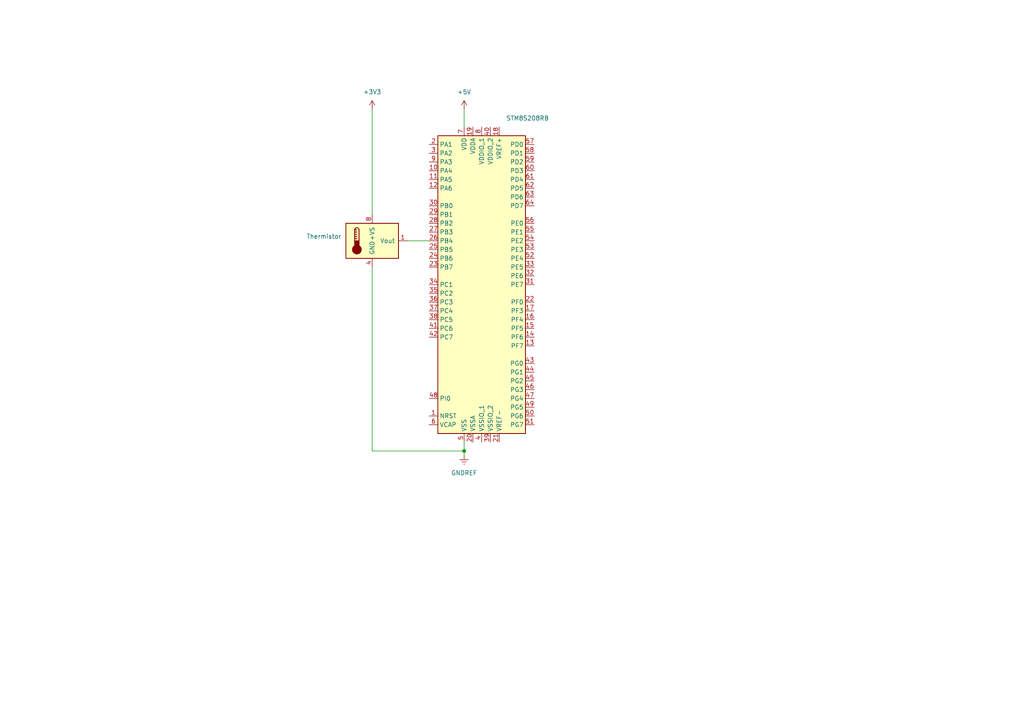
<source format=kicad_sch>
(kicad_sch (version 20211123) (generator eeschema)

  (uuid e63e39d7-6ac0-4ffd-8aa3-1841a4541b55)

  (paper "A4")

  (lib_symbols
    (symbol "MCU_ST_STM8:STM8S208RB" (in_bom yes) (on_board yes)
      (property "Reference" "U" (id 0) (at 13.97 48.26 0)
        (effects (font (size 1.27 1.27)))
      )
      (property "Value" "STM8S208RB" (id 1) (at 13.97 45.72 0)
        (effects (font (size 1.27 1.27)))
      )
      (property "Footprint" "Package_QFP:LQFP-64_10x10mm_P0.5mm" (id 2) (at 1.27 -55.88 0)
        (effects (font (size 1.27 1.27)) hide)
      )
      (property "Datasheet" "https://www.st.com/resource/en/datasheet/stm8s208rb.pdf" (id 3) (at -2.54 0 0)
        (effects (font (size 1.27 1.27)) hide)
      )
      (property "ki_keywords" "STM8 Microcontroller Performance Line" (id 4) (at 0 0 0)
        (effects (font (size 1.27 1.27)) hide)
      )
      (property "ki_description" "24MHz, 128K Flash, 2K EEPROM, 10-bit ADC, 2 UARTs, SPI, I²C, CAN, LQFP-64" (id 5) (at 0 0 0)
        (effects (font (size 1.27 1.27)) hide)
      )
      (property "ki_fp_filters" "LQFP*10x10mm*P0.5mm*" (id 6) (at 0 0 0)
        (effects (font (size 1.27 1.27)) hide)
      )
      (symbol "STM8S208RB_0_1"
        (rectangle (start 12.7 43.18) (end -12.7 -43.18)
          (stroke (width 0.254) (type default) (color 0 0 0 0))
          (fill (type background))
        )
      )
      (symbol "STM8S208RB_1_1"
        (pin input line (at -15.24 -38.1 0) (length 2.54)
          (name "NRST" (effects (font (size 1.27 1.27))))
          (number "1" (effects (font (size 1.27 1.27))))
        )
        (pin bidirectional line (at -15.24 33.02 0) (length 2.54)
          (name "PA4" (effects (font (size 1.27 1.27))))
          (number "10" (effects (font (size 1.27 1.27))))
        )
        (pin bidirectional line (at -15.24 30.48 0) (length 2.54)
          (name "PA5" (effects (font (size 1.27 1.27))))
          (number "11" (effects (font (size 1.27 1.27))))
        )
        (pin bidirectional line (at -15.24 27.94 0) (length 2.54)
          (name "PA6" (effects (font (size 1.27 1.27))))
          (number "12" (effects (font (size 1.27 1.27))))
        )
        (pin bidirectional line (at 15.24 -17.78 180) (length 2.54)
          (name "PF7" (effects (font (size 1.27 1.27))))
          (number "13" (effects (font (size 1.27 1.27))))
        )
        (pin bidirectional line (at 15.24 -15.24 180) (length 2.54)
          (name "PF6" (effects (font (size 1.27 1.27))))
          (number "14" (effects (font (size 1.27 1.27))))
        )
        (pin bidirectional line (at 15.24 -12.7 180) (length 2.54)
          (name "PF5" (effects (font (size 1.27 1.27))))
          (number "15" (effects (font (size 1.27 1.27))))
        )
        (pin bidirectional line (at 15.24 -10.16 180) (length 2.54)
          (name "PF4" (effects (font (size 1.27 1.27))))
          (number "16" (effects (font (size 1.27 1.27))))
        )
        (pin bidirectional line (at 15.24 -7.62 180) (length 2.54)
          (name "PF3" (effects (font (size 1.27 1.27))))
          (number "17" (effects (font (size 1.27 1.27))))
        )
        (pin power_in line (at 5.08 45.72 270) (length 2.54)
          (name "VREF+" (effects (font (size 1.27 1.27))))
          (number "18" (effects (font (size 1.27 1.27))))
        )
        (pin power_in line (at -2.54 45.72 270) (length 2.54)
          (name "VDDA" (effects (font (size 1.27 1.27))))
          (number "19" (effects (font (size 1.27 1.27))))
        )
        (pin bidirectional line (at -15.24 40.64 0) (length 2.54)
          (name "PA1" (effects (font (size 1.27 1.27))))
          (number "2" (effects (font (size 1.27 1.27))))
        )
        (pin power_in line (at -2.54 -45.72 90) (length 2.54)
          (name "VSSA" (effects (font (size 1.27 1.27))))
          (number "20" (effects (font (size 1.27 1.27))))
        )
        (pin power_in line (at 5.08 -45.72 90) (length 2.54)
          (name "VREF-" (effects (font (size 1.27 1.27))))
          (number "21" (effects (font (size 1.27 1.27))))
        )
        (pin bidirectional line (at 15.24 -5.08 180) (length 2.54)
          (name "PF0" (effects (font (size 1.27 1.27))))
          (number "22" (effects (font (size 1.27 1.27))))
        )
        (pin bidirectional line (at -15.24 5.08 0) (length 2.54)
          (name "PB7" (effects (font (size 1.27 1.27))))
          (number "23" (effects (font (size 1.27 1.27))))
        )
        (pin bidirectional line (at -15.24 7.62 0) (length 2.54)
          (name "PB6" (effects (font (size 1.27 1.27))))
          (number "24" (effects (font (size 1.27 1.27))))
        )
        (pin bidirectional line (at -15.24 10.16 0) (length 2.54)
          (name "PB5" (effects (font (size 1.27 1.27))))
          (number "25" (effects (font (size 1.27 1.27))))
        )
        (pin bidirectional line (at -15.24 12.7 0) (length 2.54)
          (name "PB4" (effects (font (size 1.27 1.27))))
          (number "26" (effects (font (size 1.27 1.27))))
        )
        (pin bidirectional line (at -15.24 15.24 0) (length 2.54)
          (name "PB3" (effects (font (size 1.27 1.27))))
          (number "27" (effects (font (size 1.27 1.27))))
        )
        (pin bidirectional line (at -15.24 17.78 0) (length 2.54)
          (name "PB2" (effects (font (size 1.27 1.27))))
          (number "28" (effects (font (size 1.27 1.27))))
        )
        (pin bidirectional line (at -15.24 20.32 0) (length 2.54)
          (name "PB1" (effects (font (size 1.27 1.27))))
          (number "29" (effects (font (size 1.27 1.27))))
        )
        (pin bidirectional line (at -15.24 38.1 0) (length 2.54)
          (name "PA2" (effects (font (size 1.27 1.27))))
          (number "3" (effects (font (size 1.27 1.27))))
        )
        (pin bidirectional line (at -15.24 22.86 0) (length 2.54)
          (name "PB0" (effects (font (size 1.27 1.27))))
          (number "30" (effects (font (size 1.27 1.27))))
        )
        (pin bidirectional line (at 15.24 0 180) (length 2.54)
          (name "PE7" (effects (font (size 1.27 1.27))))
          (number "31" (effects (font (size 1.27 1.27))))
        )
        (pin bidirectional line (at 15.24 2.54 180) (length 2.54)
          (name "PE6" (effects (font (size 1.27 1.27))))
          (number "32" (effects (font (size 1.27 1.27))))
        )
        (pin bidirectional line (at 15.24 5.08 180) (length 2.54)
          (name "PE5" (effects (font (size 1.27 1.27))))
          (number "33" (effects (font (size 1.27 1.27))))
        )
        (pin bidirectional line (at -15.24 0 0) (length 2.54)
          (name "PC1" (effects (font (size 1.27 1.27))))
          (number "34" (effects (font (size 1.27 1.27))))
        )
        (pin bidirectional line (at -15.24 -2.54 0) (length 2.54)
          (name "PC2" (effects (font (size 1.27 1.27))))
          (number "35" (effects (font (size 1.27 1.27))))
        )
        (pin bidirectional line (at -15.24 -5.08 0) (length 2.54)
          (name "PC3" (effects (font (size 1.27 1.27))))
          (number "36" (effects (font (size 1.27 1.27))))
        )
        (pin bidirectional line (at -15.24 -7.62 0) (length 2.54)
          (name "PC4" (effects (font (size 1.27 1.27))))
          (number "37" (effects (font (size 1.27 1.27))))
        )
        (pin bidirectional line (at -15.24 -10.16 0) (length 2.54)
          (name "PC5" (effects (font (size 1.27 1.27))))
          (number "38" (effects (font (size 1.27 1.27))))
        )
        (pin power_in line (at 2.54 -45.72 90) (length 2.54)
          (name "VSSIO_2" (effects (font (size 1.27 1.27))))
          (number "39" (effects (font (size 1.27 1.27))))
        )
        (pin power_in line (at 0 -45.72 90) (length 2.54)
          (name "VSSIO_1" (effects (font (size 1.27 1.27))))
          (number "4" (effects (font (size 1.27 1.27))))
        )
        (pin power_in line (at 2.54 45.72 270) (length 2.54)
          (name "VDDIO_2" (effects (font (size 1.27 1.27))))
          (number "40" (effects (font (size 1.27 1.27))))
        )
        (pin bidirectional line (at -15.24 -12.7 0) (length 2.54)
          (name "PC6" (effects (font (size 1.27 1.27))))
          (number "41" (effects (font (size 1.27 1.27))))
        )
        (pin bidirectional line (at -15.24 -15.24 0) (length 2.54)
          (name "PC7" (effects (font (size 1.27 1.27))))
          (number "42" (effects (font (size 1.27 1.27))))
        )
        (pin bidirectional line (at 15.24 -22.86 180) (length 2.54)
          (name "PG0" (effects (font (size 1.27 1.27))))
          (number "43" (effects (font (size 1.27 1.27))))
        )
        (pin bidirectional line (at 15.24 -25.4 180) (length 2.54)
          (name "PG1" (effects (font (size 1.27 1.27))))
          (number "44" (effects (font (size 1.27 1.27))))
        )
        (pin bidirectional line (at 15.24 -27.94 180) (length 2.54)
          (name "PG2" (effects (font (size 1.27 1.27))))
          (number "45" (effects (font (size 1.27 1.27))))
        )
        (pin bidirectional line (at 15.24 -30.48 180) (length 2.54)
          (name "PG3" (effects (font (size 1.27 1.27))))
          (number "46" (effects (font (size 1.27 1.27))))
        )
        (pin bidirectional line (at 15.24 -33.02 180) (length 2.54)
          (name "PG4" (effects (font (size 1.27 1.27))))
          (number "47" (effects (font (size 1.27 1.27))))
        )
        (pin bidirectional line (at -15.24 -33.02 0) (length 2.54)
          (name "PI0" (effects (font (size 1.27 1.27))))
          (number "48" (effects (font (size 1.27 1.27))))
        )
        (pin bidirectional line (at 15.24 -35.56 180) (length 2.54)
          (name "PG5" (effects (font (size 1.27 1.27))))
          (number "49" (effects (font (size 1.27 1.27))))
        )
        (pin power_in line (at -5.08 -45.72 90) (length 2.54)
          (name "VSS" (effects (font (size 1.27 1.27))))
          (number "5" (effects (font (size 1.27 1.27))))
        )
        (pin bidirectional line (at 15.24 -38.1 180) (length 2.54)
          (name "PG6" (effects (font (size 1.27 1.27))))
          (number "50" (effects (font (size 1.27 1.27))))
        )
        (pin bidirectional line (at 15.24 -40.64 180) (length 2.54)
          (name "PG7" (effects (font (size 1.27 1.27))))
          (number "51" (effects (font (size 1.27 1.27))))
        )
        (pin bidirectional line (at 15.24 7.62 180) (length 2.54)
          (name "PE4" (effects (font (size 1.27 1.27))))
          (number "52" (effects (font (size 1.27 1.27))))
        )
        (pin bidirectional line (at 15.24 10.16 180) (length 2.54)
          (name "PE3" (effects (font (size 1.27 1.27))))
          (number "53" (effects (font (size 1.27 1.27))))
        )
        (pin bidirectional line (at 15.24 12.7 180) (length 2.54)
          (name "PE2" (effects (font (size 1.27 1.27))))
          (number "54" (effects (font (size 1.27 1.27))))
        )
        (pin bidirectional line (at 15.24 15.24 180) (length 2.54)
          (name "PE1" (effects (font (size 1.27 1.27))))
          (number "55" (effects (font (size 1.27 1.27))))
        )
        (pin bidirectional line (at 15.24 17.78 180) (length 2.54)
          (name "PE0" (effects (font (size 1.27 1.27))))
          (number "56" (effects (font (size 1.27 1.27))))
        )
        (pin bidirectional line (at 15.24 40.64 180) (length 2.54)
          (name "PD0" (effects (font (size 1.27 1.27))))
          (number "57" (effects (font (size 1.27 1.27))))
        )
        (pin bidirectional line (at 15.24 38.1 180) (length 2.54)
          (name "PD1" (effects (font (size 1.27 1.27))))
          (number "58" (effects (font (size 1.27 1.27))))
        )
        (pin bidirectional line (at 15.24 35.56 180) (length 2.54)
          (name "PD2" (effects (font (size 1.27 1.27))))
          (number "59" (effects (font (size 1.27 1.27))))
        )
        (pin input line (at -15.24 -40.64 0) (length 2.54)
          (name "VCAP" (effects (font (size 1.27 1.27))))
          (number "6" (effects (font (size 1.27 1.27))))
        )
        (pin bidirectional line (at 15.24 33.02 180) (length 2.54)
          (name "PD3" (effects (font (size 1.27 1.27))))
          (number "60" (effects (font (size 1.27 1.27))))
        )
        (pin bidirectional line (at 15.24 30.48 180) (length 2.54)
          (name "PD4" (effects (font (size 1.27 1.27))))
          (number "61" (effects (font (size 1.27 1.27))))
        )
        (pin bidirectional line (at 15.24 27.94 180) (length 2.54)
          (name "PD5" (effects (font (size 1.27 1.27))))
          (number "62" (effects (font (size 1.27 1.27))))
        )
        (pin bidirectional line (at 15.24 25.4 180) (length 2.54)
          (name "PD6" (effects (font (size 1.27 1.27))))
          (number "63" (effects (font (size 1.27 1.27))))
        )
        (pin bidirectional line (at 15.24 22.86 180) (length 2.54)
          (name "PD7" (effects (font (size 1.27 1.27))))
          (number "64" (effects (font (size 1.27 1.27))))
        )
        (pin power_in line (at -5.08 45.72 270) (length 2.54)
          (name "VDD" (effects (font (size 1.27 1.27))))
          (number "7" (effects (font (size 1.27 1.27))))
        )
        (pin power_in line (at 0 45.72 270) (length 2.54)
          (name "VDDIO_1" (effects (font (size 1.27 1.27))))
          (number "8" (effects (font (size 1.27 1.27))))
        )
        (pin bidirectional line (at -15.24 35.56 0) (length 2.54)
          (name "PA3" (effects (font (size 1.27 1.27))))
          (number "9" (effects (font (size 1.27 1.27))))
        )
      )
    )
    (symbol "Sensor_Temperature:LM35-D" (pin_names (offset 1.016)) (in_bom yes) (on_board yes)
      (property "Reference" "U" (id 0) (at -6.35 6.35 0)
        (effects (font (size 1.27 1.27)))
      )
      (property "Value" "LM35-D" (id 1) (at 1.27 6.35 0)
        (effects (font (size 1.27 1.27)) (justify left))
      )
      (property "Footprint" "Package_SO:SOIC-8_3.9x4.9mm_P1.27mm" (id 2) (at 0 -10.16 0)
        (effects (font (size 1.27 1.27)) hide)
      )
      (property "Datasheet" "http://www.ti.com/lit/ds/symlink/lm35.pdf" (id 3) (at 0 0 0)
        (effects (font (size 1.27 1.27)) hide)
      )
      (property "ki_keywords" "temperature sensor thermistor" (id 4) (at 0 0 0)
        (effects (font (size 1.27 1.27)) hide)
      )
      (property "ki_description" "Precision centigrade temperature sensor, SOIC-8" (id 5) (at 0 0 0)
        (effects (font (size 1.27 1.27)) hide)
      )
      (property "ki_fp_filters" "SOIC*" (id 6) (at 0 0 0)
        (effects (font (size 1.27 1.27)) hide)
      )
      (symbol "LM35-D_0_1"
        (rectangle (start -7.62 5.08) (end 7.62 -5.08)
          (stroke (width 0.254) (type default) (color 0 0 0 0))
          (fill (type background))
        )
        (circle (center -4.445 -2.54) (radius 1.27)
          (stroke (width 0.254) (type default) (color 0 0 0 0))
          (fill (type outline))
        )
        (rectangle (start -3.81 -1.905) (end -5.08 0)
          (stroke (width 0.254) (type default) (color 0 0 0 0))
          (fill (type outline))
        )
        (arc (start -3.81 3.175) (mid -4.445 3.81) (end -5.08 3.175)
          (stroke (width 0.254) (type default) (color 0 0 0 0))
          (fill (type none))
        )
        (polyline
          (pts
            (xy -5.08 0.635)
            (xy -4.445 0.635)
          )
          (stroke (width 0.254) (type default) (color 0 0 0 0))
          (fill (type none))
        )
        (polyline
          (pts
            (xy -5.08 1.27)
            (xy -4.445 1.27)
          )
          (stroke (width 0.254) (type default) (color 0 0 0 0))
          (fill (type none))
        )
        (polyline
          (pts
            (xy -5.08 1.905)
            (xy -4.445 1.905)
          )
          (stroke (width 0.254) (type default) (color 0 0 0 0))
          (fill (type none))
        )
        (polyline
          (pts
            (xy -5.08 2.54)
            (xy -4.445 2.54)
          )
          (stroke (width 0.254) (type default) (color 0 0 0 0))
          (fill (type none))
        )
        (polyline
          (pts
            (xy -5.08 3.175)
            (xy -5.08 0)
          )
          (stroke (width 0.254) (type default) (color 0 0 0 0))
          (fill (type none))
        )
        (polyline
          (pts
            (xy -5.08 3.175)
            (xy -4.445 3.175)
          )
          (stroke (width 0.254) (type default) (color 0 0 0 0))
          (fill (type none))
        )
        (polyline
          (pts
            (xy -3.81 3.175)
            (xy -3.81 0)
          )
          (stroke (width 0.254) (type default) (color 0 0 0 0))
          (fill (type none))
        )
      )
      (symbol "LM35-D_1_1"
        (pin output line (at 10.16 0 180) (length 2.54)
          (name "Vout" (effects (font (size 1.27 1.27))))
          (number "1" (effects (font (size 1.27 1.27))))
        )
        (pin no_connect line (at -2.54 -7.62 90) (length 2.54) hide
          (name "NC" (effects (font (size 1.27 1.27))))
          (number "2" (effects (font (size 1.27 1.27))))
        )
        (pin no_connect line (at -2.54 7.62 270) (length 2.54) hide
          (name "NC" (effects (font (size 1.27 1.27))))
          (number "3" (effects (font (size 1.27 1.27))))
        )
        (pin power_in line (at 0 -7.62 90) (length 2.54)
          (name "GND" (effects (font (size 1.27 1.27))))
          (number "4" (effects (font (size 1.27 1.27))))
        )
        (pin no_connect line (at 2.54 -7.62 90) (length 2.54) hide
          (name "NC" (effects (font (size 1.27 1.27))))
          (number "5" (effects (font (size 1.27 1.27))))
        )
        (pin no_connect line (at 5.08 -7.62 90) (length 2.54) hide
          (name "NC" (effects (font (size 1.27 1.27))))
          (number "6" (effects (font (size 1.27 1.27))))
        )
        (pin no_connect line (at 10.16 2.54 180) (length 2.54) hide
          (name "NC" (effects (font (size 1.27 1.27))))
          (number "7" (effects (font (size 1.27 1.27))))
        )
        (pin power_in line (at 0 7.62 270) (length 2.54)
          (name "+VS" (effects (font (size 1.27 1.27))))
          (number "8" (effects (font (size 1.27 1.27))))
        )
      )
    )
    (symbol "power:+3.3V" (power) (pin_names (offset 0)) (in_bom yes) (on_board yes)
      (property "Reference" "#PWR" (id 0) (at 0 -3.81 0)
        (effects (font (size 1.27 1.27)) hide)
      )
      (property "Value" "+3.3V" (id 1) (at 0 3.556 0)
        (effects (font (size 1.27 1.27)))
      )
      (property "Footprint" "" (id 2) (at 0 0 0)
        (effects (font (size 1.27 1.27)) hide)
      )
      (property "Datasheet" "" (id 3) (at 0 0 0)
        (effects (font (size 1.27 1.27)) hide)
      )
      (property "ki_keywords" "power-flag" (id 4) (at 0 0 0)
        (effects (font (size 1.27 1.27)) hide)
      )
      (property "ki_description" "Power symbol creates a global label with name \"+3.3V\"" (id 5) (at 0 0 0)
        (effects (font (size 1.27 1.27)) hide)
      )
      (symbol "+3.3V_0_1"
        (polyline
          (pts
            (xy -0.762 1.27)
            (xy 0 2.54)
          )
          (stroke (width 0) (type default) (color 0 0 0 0))
          (fill (type none))
        )
        (polyline
          (pts
            (xy 0 0)
            (xy 0 2.54)
          )
          (stroke (width 0) (type default) (color 0 0 0 0))
          (fill (type none))
        )
        (polyline
          (pts
            (xy 0 2.54)
            (xy 0.762 1.27)
          )
          (stroke (width 0) (type default) (color 0 0 0 0))
          (fill (type none))
        )
      )
      (symbol "+3.3V_1_1"
        (pin power_in line (at 0 0 90) (length 0) hide
          (name "+3V3" (effects (font (size 1.27 1.27))))
          (number "1" (effects (font (size 1.27 1.27))))
        )
      )
    )
    (symbol "power:+5V" (power) (pin_names (offset 0)) (in_bom yes) (on_board yes)
      (property "Reference" "#PWR" (id 0) (at 0 -3.81 0)
        (effects (font (size 1.27 1.27)) hide)
      )
      (property "Value" "+5V" (id 1) (at 0 3.556 0)
        (effects (font (size 1.27 1.27)))
      )
      (property "Footprint" "" (id 2) (at 0 0 0)
        (effects (font (size 1.27 1.27)) hide)
      )
      (property "Datasheet" "" (id 3) (at 0 0 0)
        (effects (font (size 1.27 1.27)) hide)
      )
      (property "ki_keywords" "power-flag" (id 4) (at 0 0 0)
        (effects (font (size 1.27 1.27)) hide)
      )
      (property "ki_description" "Power symbol creates a global label with name \"+5V\"" (id 5) (at 0 0 0)
        (effects (font (size 1.27 1.27)) hide)
      )
      (symbol "+5V_0_1"
        (polyline
          (pts
            (xy -0.762 1.27)
            (xy 0 2.54)
          )
          (stroke (width 0) (type default) (color 0 0 0 0))
          (fill (type none))
        )
        (polyline
          (pts
            (xy 0 0)
            (xy 0 2.54)
          )
          (stroke (width 0) (type default) (color 0 0 0 0))
          (fill (type none))
        )
        (polyline
          (pts
            (xy 0 2.54)
            (xy 0.762 1.27)
          )
          (stroke (width 0) (type default) (color 0 0 0 0))
          (fill (type none))
        )
      )
      (symbol "+5V_1_1"
        (pin power_in line (at 0 0 90) (length 0) hide
          (name "+5V" (effects (font (size 1.27 1.27))))
          (number "1" (effects (font (size 1.27 1.27))))
        )
      )
    )
    (symbol "power:GNDREF" (power) (pin_names (offset 0)) (in_bom yes) (on_board yes)
      (property "Reference" "#PWR" (id 0) (at 0 -6.35 0)
        (effects (font (size 1.27 1.27)) hide)
      )
      (property "Value" "GNDREF" (id 1) (at 0 -3.81 0)
        (effects (font (size 1.27 1.27)))
      )
      (property "Footprint" "" (id 2) (at 0 0 0)
        (effects (font (size 1.27 1.27)) hide)
      )
      (property "Datasheet" "" (id 3) (at 0 0 0)
        (effects (font (size 1.27 1.27)) hide)
      )
      (property "ki_keywords" "power-flag" (id 4) (at 0 0 0)
        (effects (font (size 1.27 1.27)) hide)
      )
      (property "ki_description" "Power symbol creates a global label with name \"GNDREF\" , reference supply ground" (id 5) (at 0 0 0)
        (effects (font (size 1.27 1.27)) hide)
      )
      (symbol "GNDREF_0_1"
        (polyline
          (pts
            (xy -0.635 -1.905)
            (xy 0.635 -1.905)
          )
          (stroke (width 0) (type default) (color 0 0 0 0))
          (fill (type none))
        )
        (polyline
          (pts
            (xy -0.127 -2.54)
            (xy 0.127 -2.54)
          )
          (stroke (width 0) (type default) (color 0 0 0 0))
          (fill (type none))
        )
        (polyline
          (pts
            (xy 0 -1.27)
            (xy 0 0)
          )
          (stroke (width 0) (type default) (color 0 0 0 0))
          (fill (type none))
        )
        (polyline
          (pts
            (xy 1.27 -1.27)
            (xy -1.27 -1.27)
          )
          (stroke (width 0) (type default) (color 0 0 0 0))
          (fill (type none))
        )
      )
      (symbol "GNDREF_1_1"
        (pin power_in line (at 0 0 270) (length 0) hide
          (name "GNDREF" (effects (font (size 1.27 1.27))))
          (number "1" (effects (font (size 1.27 1.27))))
        )
      )
    )
  )

  (junction (at 134.62 130.81) (diameter 0) (color 0 0 0 0)
    (uuid 211bf8d0-869b-468d-9c83-c279e311e369)
  )

  (wire (pts (xy 134.62 128.27) (xy 134.62 130.81))
    (stroke (width 0) (type default) (color 0 0 0 0))
    (uuid 2f1749e1-abed-43a9-8bd4-d14296cc65d4)
  )
  (wire (pts (xy 134.62 31.75) (xy 134.62 36.83))
    (stroke (width 0) (type default) (color 0 0 0 0))
    (uuid 50c6d0aa-4a35-4a62-9c9b-d01c65dda222)
  )
  (wire (pts (xy 107.95 77.47) (xy 107.95 130.81))
    (stroke (width 0) (type default) (color 0 0 0 0))
    (uuid 67c444e5-8b20-4ffb-94a5-3ec5c9d24412)
  )
  (wire (pts (xy 107.95 31.75) (xy 107.95 62.23))
    (stroke (width 0) (type default) (color 0 0 0 0))
    (uuid 76817728-99bd-4368-891a-2c03685ef2c7)
  )
  (wire (pts (xy 107.95 130.81) (xy 134.62 130.81))
    (stroke (width 0) (type default) (color 0 0 0 0))
    (uuid b743f14b-92cb-4fa5-800d-537d59776f96)
  )
  (wire (pts (xy 134.62 130.81) (xy 134.62 132.08))
    (stroke (width 0) (type default) (color 0 0 0 0))
    (uuid c0dd562e-7fce-44ca-92c5-ac4cca1294df)
  )
  (wire (pts (xy 118.11 69.85) (xy 124.46 69.85))
    (stroke (width 0) (type default) (color 0 0 0 0))
    (uuid f503900a-7b71-45fe-b6e7-2ec1ca4a8792)
  )

  (symbol (lib_id "power:GNDREF") (at 134.62 132.08 0) (unit 1)
    (in_bom yes) (on_board yes) (fields_autoplaced)
    (uuid 18ab49a2-e84c-456c-93f1-ed9179d4de15)
    (property "Reference" "#PWR?" (id 0) (at 134.62 138.43 0)
      (effects (font (size 1.27 1.27)) hide)
    )
    (property "Value" "GNDREF" (id 1) (at 134.62 137.16 0))
    (property "Footprint" "" (id 2) (at 134.62 132.08 0)
      (effects (font (size 1.27 1.27)) hide)
    )
    (property "Datasheet" "" (id 3) (at 134.62 132.08 0)
      (effects (font (size 1.27 1.27)) hide)
    )
    (pin "1" (uuid 15af6a25-8dd5-4bb5-a2ce-90eae0eb93bb))
  )

  (symbol (lib_id "Sensor_Temperature:LM35-D") (at 107.95 69.85 0) (unit 1)
    (in_bom yes) (on_board yes) (fields_autoplaced)
    (uuid 593150ae-e65b-4f79-b719-9183d8658cb9)
    (property "Reference" "Thermistor" (id 0) (at 99.06 68.5799 0)
      (effects (font (size 1.27 1.27)) (justify right))
    )
    (property "Value" " " (id 1) (at 99.06 71.1199 0)
      (effects (font (size 1.27 1.27)) (justify right))
    )
    (property "Footprint" "Package_SO:SOIC-8_3.9x4.9mm_P1.27mm" (id 2) (at 107.95 80.01 0)
      (effects (font (size 1.27 1.27)) hide)
    )
    (property "Datasheet" "http://www.ti.com/lit/ds/symlink/lm35.pdf" (id 3) (at 107.95 69.85 0)
      (effects (font (size 1.27 1.27)) hide)
    )
    (pin "1" (uuid 94a7feca-16be-4f2f-bf22-29accaf624a7))
    (pin "2" (uuid 1ac9a21e-0c0e-4ea4-8161-6fb6f0784161))
    (pin "3" (uuid 4eb8e05f-91cc-4487-9bd2-0b3bc618ab23))
    (pin "4" (uuid 9b5e7ec6-4e02-4da4-a240-587169ac5293))
    (pin "5" (uuid 7a0000b8-5a86-43ef-b1e4-d1f8136bdc7d))
    (pin "6" (uuid 53994bda-c554-4789-9b94-284e4b345bd8))
    (pin "7" (uuid 0c91a4f1-0f97-4ceb-94f7-eff09ca0fe2a))
    (pin "8" (uuid 0c6a8975-03d4-4836-94cc-62c8765d5845))
  )

  (symbol (lib_id "power:+5V") (at 134.62 31.75 0) (unit 1)
    (in_bom yes) (on_board yes) (fields_autoplaced)
    (uuid 76248bba-de73-4251-a455-0bbf638fa40b)
    (property "Reference" "#PWR?" (id 0) (at 134.62 35.56 0)
      (effects (font (size 1.27 1.27)) hide)
    )
    (property "Value" "+5V" (id 1) (at 134.62 26.67 0))
    (property "Footprint" "" (id 2) (at 134.62 31.75 0)
      (effects (font (size 1.27 1.27)) hide)
    )
    (property "Datasheet" "" (id 3) (at 134.62 31.75 0)
      (effects (font (size 1.27 1.27)) hide)
    )
    (pin "1" (uuid 653fdf05-7ad5-427f-9ad5-b898b68fc587))
  )

  (symbol (lib_id "power:+3.3V") (at 107.95 31.75 0) (unit 1)
    (in_bom yes) (on_board yes) (fields_autoplaced)
    (uuid bac61208-131f-4239-af57-4578c196d0d8)
    (property "Reference" "#PWR?" (id 0) (at 107.95 35.56 0)
      (effects (font (size 1.27 1.27)) hide)
    )
    (property "Value" "+3.3V" (id 1) (at 107.95 26.67 0))
    (property "Footprint" "" (id 2) (at 107.95 31.75 0)
      (effects (font (size 1.27 1.27)) hide)
    )
    (property "Datasheet" "" (id 3) (at 107.95 31.75 0)
      (effects (font (size 1.27 1.27)) hide)
    )
    (pin "1" (uuid 59094759-9e33-4851-86df-6ad755238ca4))
  )

  (symbol (lib_id "MCU_ST_STM8:STM8S208RB") (at 139.7 82.55 0) (unit 1)
    (in_bom yes) (on_board yes) (fields_autoplaced)
    (uuid c898c915-89f5-4003-9fb8-8b0c3f06dfe7)
    (property "Reference" "STM8S208RB" (id 0) (at 146.7994 34.29 0)
      (effects (font (size 1.27 1.27)) (justify left))
    )
    (property "Value" " " (id 1) (at 146.7994 36.83 0)
      (effects (font (size 1.27 1.27)) (justify left))
    )
    (property "Footprint" "Package_QFP:LQFP-64_10x10mm_P0.5mm" (id 2) (at 140.97 138.43 0)
      (effects (font (size 1.27 1.27)) hide)
    )
    (property "Datasheet" "https://www.st.com/resource/en/datasheet/stm8s208rb.pdf" (id 3) (at 137.16 82.55 0)
      (effects (font (size 1.27 1.27)) hide)
    )
    (pin "1" (uuid 2646122b-034d-4817-af32-cf5ad01ca4c3))
    (pin "10" (uuid d4b7535d-26d7-448d-9ab0-3a8da52b3f70))
    (pin "11" (uuid fe9e9f21-2e7d-4a1f-9cf8-dbb5f94d13c1))
    (pin "12" (uuid 267be05a-0275-4937-bf0c-a7a54781ce5a))
    (pin "13" (uuid 1159df6c-6629-41f1-a8b5-e0c16ac2435d))
    (pin "14" (uuid 83e6323e-c1d6-44e5-ace0-3d300f8821e3))
    (pin "15" (uuid 89b31927-f663-4a3a-a530-c0fd8571c8d7))
    (pin "16" (uuid e23187f9-dcd6-499f-90d3-0eec00b87622))
    (pin "17" (uuid a7928873-604e-41b4-8f3c-a9332a26491c))
    (pin "18" (uuid 772b2560-c224-4933-9225-40be66422908))
    (pin "19" (uuid 748aaee6-99ae-41ad-8caa-46dcb39df129))
    (pin "2" (uuid 6d7729f9-9d51-4b7c-bb0a-c926d4ef9093))
    (pin "20" (uuid 8f43871f-66bd-48f6-8a27-9d3168ee9b0c))
    (pin "21" (uuid d4faf341-fbfa-4ae9-aad0-69ba44e7c909))
    (pin "22" (uuid 73872e39-ae4d-44e4-b9c1-d79891d9d4d4))
    (pin "23" (uuid 6311912c-38c9-4819-91b4-41931ccb7cc5))
    (pin "24" (uuid 3fe57f75-cef2-49bf-8f39-08e2d5e470a6))
    (pin "25" (uuid 471daa01-3a76-4842-b6a8-0e5eaf807e51))
    (pin "26" (uuid 6e20a929-6835-4dcc-b4d9-87133acdf6b5))
    (pin "27" (uuid abceb1e6-b180-488e-934e-8a6d9eb28bdb))
    (pin "28" (uuid d5e4e58b-7952-4a1a-a314-48163f58401a))
    (pin "29" (uuid 02dfc196-d6a5-419a-a42c-6b68de976338))
    (pin "3" (uuid 68e8d19c-3f2e-4510-b728-540a6aad5333))
    (pin "30" (uuid 80a2470c-00a2-4c03-b1a3-19751e820fe5))
    (pin "31" (uuid 0088ccd1-e5dc-4cdb-b7f6-e7b2983dc5af))
    (pin "32" (uuid 522ec98c-f663-42b7-a5dd-6f3331445a72))
    (pin "33" (uuid b62153a3-dd80-4823-b1b6-9a0be52853db))
    (pin "34" (uuid b5c982b8-42bf-46d3-8d37-9f6cd5db17ab))
    (pin "35" (uuid 0ae20a84-6157-4c53-abb1-49e9a43fddea))
    (pin "36" (uuid adffe7bf-3d92-4a46-b38a-4af65fbd0352))
    (pin "37" (uuid 9354e3c1-baf3-4fb1-ad89-26708e92f2f3))
    (pin "38" (uuid 8f769b74-1b51-4a11-b217-f7821e4b85b4))
    (pin "39" (uuid 13dfcd3b-0f2c-4213-9f4e-8f701fa294b3))
    (pin "4" (uuid f474eb24-c3d2-44ec-9cc5-fc85f895cc59))
    (pin "40" (uuid eb1f5f67-1647-4e1c-ab18-120e742c63a6))
    (pin "41" (uuid cd37445d-7e69-43c7-a246-3c19a9e80192))
    (pin "42" (uuid 2ceb269c-002a-4d1d-8fcc-3039e49371b1))
    (pin "43" (uuid df8da694-da12-43e9-b050-9c54dbe4c006))
    (pin "44" (uuid 2c471abf-4676-4834-a661-17c81fec1d5b))
    (pin "45" (uuid b5997f1e-9cb8-4172-a147-556eeeae1850))
    (pin "46" (uuid 03493525-9e42-4edf-a568-7919892a473f))
    (pin "47" (uuid 053c8083-a9af-4404-9cbb-5f2f2c004e29))
    (pin "48" (uuid a5c7abb9-628b-4db0-9244-e209be576760))
    (pin "49" (uuid 7dfadc2c-0002-4536-9a16-40d98cd244d0))
    (pin "5" (uuid c3e774d4-dedc-494a-89d3-3634a87fe5fb))
    (pin "50" (uuid 309cce7c-76a5-40f7-bf52-1289c4234f67))
    (pin "51" (uuid 2b710c32-5910-4fb5-8e24-08ea454479d9))
    (pin "52" (uuid d7d36348-4d86-4887-8ce8-77f3dc661022))
    (pin "53" (uuid 9a1ee4ae-e660-49f2-995b-2f9e786a47d2))
    (pin "54" (uuid 81b0798c-3dcf-44aa-bdff-27c7582e7f35))
    (pin "55" (uuid 538ab23b-56dc-41b1-84f0-d71d488e9061))
    (pin "56" (uuid a5447a5a-3f78-463f-92b3-8019d9cbd4f4))
    (pin "57" (uuid b4877e61-d908-4a92-9ac0-5dfa5a23f7e8))
    (pin "58" (uuid 2262369d-908f-4b7b-8fa8-6f936456c0ae))
    (pin "59" (uuid f35b2073-882e-4ac0-9440-1e7208b06a2e))
    (pin "6" (uuid 45234e68-f309-41ff-b7bf-09e6fd708b9a))
    (pin "60" (uuid 0e5c956a-0664-4fcf-9bb1-1eae993c2225))
    (pin "61" (uuid ad673409-a6b5-412f-bb14-962debd6ec67))
    (pin "62" (uuid 9f680a18-1241-4418-aadb-0c206c9b1e25))
    (pin "63" (uuid 3b6f4330-bdb8-40df-a620-2777b9dcf025))
    (pin "64" (uuid 7457f92b-d768-49d2-a7c7-6385146769b6))
    (pin "7" (uuid e7e1dfac-c1af-406d-9f8e-6fde94e0102c))
    (pin "8" (uuid 729ec6c1-399d-419e-a69c-f6fb09d801a5))
    (pin "9" (uuid 926f4738-cb7b-4379-bba2-492c7899975b))
  )

  (sheet_instances
    (path "/" (page "1"))
  )

  (symbol_instances
    (path "/18ab49a2-e84c-456c-93f1-ed9179d4de15"
      (reference "#PWR?") (unit 1) (value "GNDREF") (footprint "")
    )
    (path "/76248bba-de73-4251-a455-0bbf638fa40b"
      (reference "#PWR?") (unit 1) (value "+5V") (footprint "")
    )
    (path "/bac61208-131f-4239-af57-4578c196d0d8"
      (reference "#PWR?") (unit 1) (value "+3.3V") (footprint "")
    )
    (path "/c898c915-89f5-4003-9fb8-8b0c3f06dfe7"
      (reference "STM8S208RB") (unit 1) (value " ") (footprint "Package_QFP:LQFP-64_10x10mm_P0.5mm")
    )
    (path "/593150ae-e65b-4f79-b719-9183d8658cb9"
      (reference "Thermistor") (unit 1) (value " ") (footprint "Package_SO:SOIC-8_3.9x4.9mm_P1.27mm")
    )
  )
)

</source>
